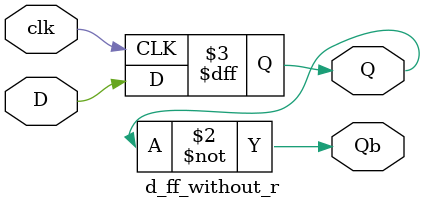
<source format=v>
module d_ff_without_r(clk,D,Q,Qb);
input clk;
input D;
output reg Q;
output Qb;

always@(posedge clk)
begin

Q <= D;

end

assign Qb = ~Q;

endmodule

</source>
